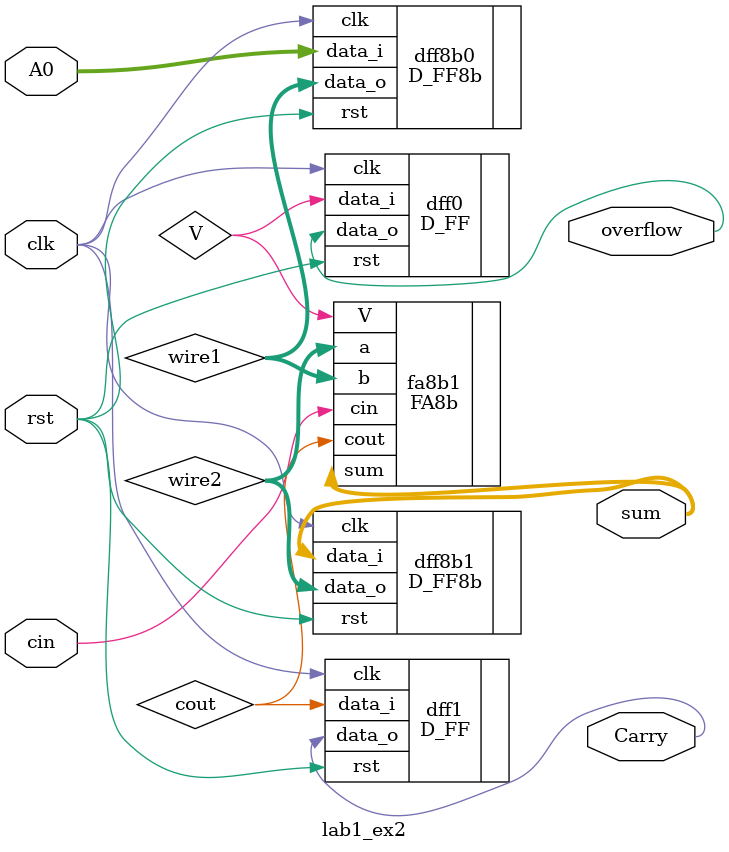
<source format=sv>
module lab1_ex2 (
	input logic [7:0] A0,
	input logic clk, rst, cin,
	output logic [0:0] overflow, Carry,
	output logic [7:0] sum
);

wire [7:0] wire1, wire2;
wire [0:0] V, cout;

D_FF8b dff8b0 (.clk(clk), .rst(rst), .data_i(A0), .data_o(wire1));
FA8b fa8b1 (.sum(sum), .a(wire2), .b(wire1), .cin(cin), .cout(cout), .V(V));
D_FF8b dff8b1 (.clk(clk), .rst(rst), .data_i(sum), .data_o(wire2));
D_FF dff0 (.clk(clk), .rst(rst), .data_i(V), .data_o(overflow));
D_FF dff1 (.clk(clk), .rst(rst), .data_i(cout), .data_o(Carry));

endmodule 
</source>
